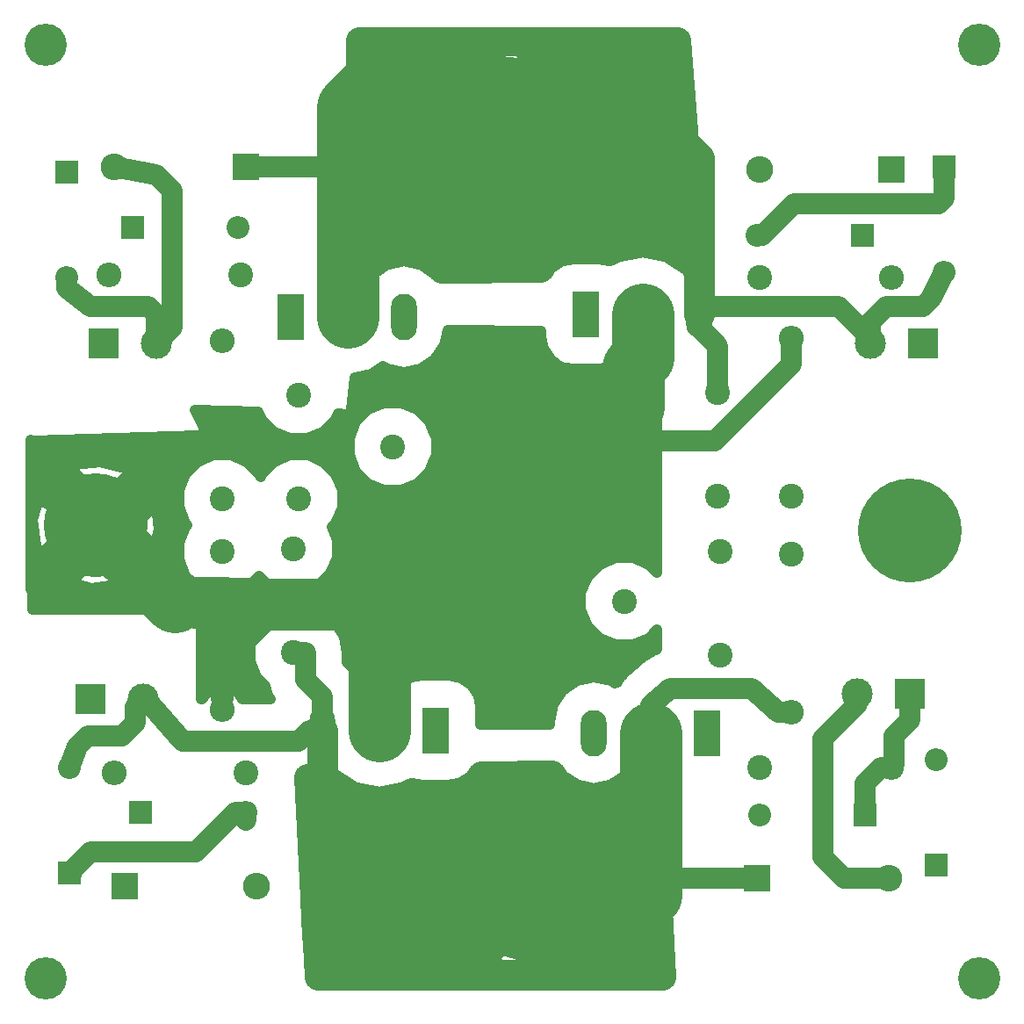
<source format=gbr>
G04 #@! TF.FileFunction,Copper,L2,Bot,Signal*
%FSLAX46Y46*%
G04 Gerber Fmt 4.6, Leading zero omitted, Abs format (unit mm)*
G04 Created by KiCad (PCBNEW 4.0.7) date 07/12/19 11:42:16*
%MOMM*%
%LPD*%
G01*
G04 APERTURE LIST*
%ADD10C,0.100000*%
%ADD11R,2.500000X4.500000*%
%ADD12O,2.500000X4.500000*%
%ADD13C,2.400000*%
%ADD14R,3.000000X3.000000*%
%ADD15C,3.000000*%
%ADD16C,5.100000*%
%ADD17C,10.000000*%
%ADD18O,2.400000X2.400000*%
%ADD19C,4.064000*%
%ADD20R,2.200000X2.200000*%
%ADD21O,2.200000X2.200000*%
%ADD22R,2.600000X2.600000*%
%ADD23O,2.600000X2.600000*%
%ADD24C,2.000000*%
%ADD25C,3.000000*%
%ADD26C,6.000000*%
%ADD27C,5.000000*%
%ADD28C,2.500000*%
%ADD29C,1.000000*%
G04 APERTURE END LIST*
D10*
D11*
X113792000Y-116332000D03*
D12*
X108342000Y-116332000D03*
X102892000Y-116332000D03*
D13*
X114808000Y-93472000D03*
X114808000Y-83472000D03*
X105988000Y-88718000D03*
X83488000Y-88718000D03*
X74422000Y-93726000D03*
X74422000Y-83726000D03*
X83312000Y-103632000D03*
X105812000Y-103632000D03*
X73914000Y-98552000D03*
X73914000Y-108552000D03*
X115062000Y-98806000D03*
X115062000Y-108806000D03*
D14*
X134620000Y-78740000D03*
D15*
X129540000Y-78740000D03*
D14*
X55626000Y-78740000D03*
D15*
X60706000Y-78740000D03*
D16*
X94742000Y-54102000D03*
D14*
X54356000Y-113030000D03*
D15*
X59436000Y-113030000D03*
D14*
X133350000Y-112522000D03*
D15*
X128270000Y-112522000D03*
D16*
X94742000Y-135191500D03*
D17*
X133350000Y-96774000D03*
X54864000Y-96266000D03*
D11*
X102108000Y-75946000D03*
D12*
X107558000Y-75946000D03*
X113008000Y-75946000D03*
D11*
X73660000Y-76200000D03*
D12*
X79110000Y-76200000D03*
X84560000Y-76200000D03*
D11*
X87630000Y-116078000D03*
D12*
X82180000Y-116078000D03*
X76730000Y-116078000D03*
D13*
X121920000Y-93472000D03*
D18*
X121920000Y-78232000D03*
D13*
X67056000Y-93726000D03*
D18*
X67056000Y-78486000D03*
D13*
X67056000Y-98806000D03*
D18*
X67056000Y-114046000D03*
D13*
X121920000Y-99060000D03*
D18*
X121920000Y-114300000D03*
D19*
X50000000Y-50000000D03*
X140000000Y-50000000D03*
X50000000Y-140000000D03*
X140000000Y-140000000D03*
D20*
X52070000Y-62230000D03*
D21*
X52070000Y-72390000D03*
D20*
X135890000Y-129032000D03*
D21*
X135890000Y-118872000D03*
D20*
X52324000Y-129794000D03*
D21*
X52324000Y-119634000D03*
D20*
X136652000Y-61722000D03*
D21*
X136652000Y-71882000D03*
D20*
X128778000Y-68326000D03*
D21*
X118618000Y-68326000D03*
D20*
X58420000Y-67564000D03*
D21*
X68580000Y-67564000D03*
D20*
X129032000Y-124206000D03*
D21*
X118872000Y-124206000D03*
D13*
X118872000Y-72390000D03*
D18*
X131572000Y-72390000D03*
D13*
X68834000Y-72136000D03*
D18*
X56134000Y-72136000D03*
D13*
X118872000Y-119634000D03*
D18*
X131572000Y-119634000D03*
D20*
X59182000Y-123952000D03*
D21*
X69342000Y-123952000D03*
D13*
X69342000Y-120142000D03*
D18*
X56642000Y-120142000D03*
D22*
X131572000Y-61976000D03*
D23*
X118872000Y-61976000D03*
D22*
X69342000Y-61722000D03*
D23*
X56642000Y-61722000D03*
D22*
X57658000Y-131064000D03*
D23*
X70358000Y-131064000D03*
D22*
X118618000Y-130302000D03*
D23*
X131318000Y-130302000D03*
D24*
X69342000Y-61722000D02*
X79110000Y-61722000D01*
X79248000Y-61214000D02*
X79110000Y-61214000D01*
X79248000Y-61584000D02*
X79248000Y-61214000D01*
X79110000Y-61722000D02*
X79248000Y-61584000D01*
X113008000Y-75946000D02*
X113008000Y-77194000D01*
X113008000Y-77194000D02*
X114808000Y-78994000D01*
X114808000Y-78994000D02*
X114808000Y-83472000D01*
X129540000Y-78740000D02*
X129540000Y-76708000D01*
X135382000Y-74422000D02*
X136652000Y-71882000D01*
X134620000Y-75184000D02*
X135382000Y-74422000D01*
X131064000Y-75184000D02*
X134620000Y-75184000D01*
X129540000Y-76708000D02*
X131064000Y-75184000D01*
X129540000Y-78740000D02*
X129540000Y-78232000D01*
X129540000Y-78232000D02*
X126492000Y-75184000D01*
X126492000Y-75184000D02*
X122428000Y-75184000D01*
X122428000Y-75184000D02*
X113770000Y-75184000D01*
X113770000Y-75184000D02*
X113008000Y-75946000D01*
D25*
X113008000Y-75946000D02*
X113008000Y-60938000D01*
X113008000Y-60938000D02*
X106680000Y-54610000D01*
X106680000Y-54610000D02*
X106680000Y-54102000D01*
X106680000Y-54102000D02*
X105664000Y-53086000D01*
X105664000Y-53086000D02*
X94742000Y-54102000D01*
D26*
X79110000Y-64770000D02*
X79110000Y-61214000D01*
X79110000Y-61214000D02*
X79110000Y-58050000D01*
X79110000Y-58050000D02*
X79110000Y-56642000D01*
X79110000Y-56642000D02*
X79110000Y-56018000D01*
X79110000Y-76200000D02*
X79110000Y-64770000D01*
X82042000Y-53086000D02*
X94742000Y-54102000D01*
X79110000Y-56018000D02*
X82042000Y-53086000D01*
D27*
X54864000Y-96266000D02*
X54864000Y-96520000D01*
X54864000Y-96520000D02*
X51181000Y-100203000D01*
X54864000Y-96266000D02*
X54864000Y-96075500D01*
X54864000Y-96075500D02*
X51117500Y-92329000D01*
X51117500Y-92329000D02*
X50800000Y-92329000D01*
X54864000Y-96266000D02*
X55816500Y-96266000D01*
X55816500Y-96266000D02*
X59817000Y-92265500D01*
D26*
X54864000Y-96266000D02*
X62484000Y-103632000D01*
X83058000Y-103632000D02*
X83312000Y-103378000D01*
D24*
X67056000Y-114046000D02*
X67056000Y-109728000D01*
X67056000Y-109728000D02*
X72898000Y-103886000D01*
D26*
X105988000Y-88718000D02*
X105988000Y-85528000D01*
X107558000Y-80148000D02*
X107558000Y-75946000D01*
X106680000Y-81026000D02*
X107558000Y-80148000D01*
X106680000Y-84836000D02*
X106680000Y-81026000D01*
X105988000Y-85528000D02*
X106680000Y-84836000D01*
X83312000Y-103378000D02*
X83312000Y-105664000D01*
X83312000Y-105664000D02*
X82180000Y-107050000D01*
X82180000Y-107050000D02*
X82180000Y-116078000D01*
D24*
X121920000Y-78232000D02*
X121920000Y-80772000D01*
X114554000Y-88138000D02*
X105988000Y-88138000D01*
X121920000Y-80772000D02*
X114554000Y-88138000D01*
X105988000Y-88138000D02*
X105988000Y-88718000D01*
D26*
X83196000Y-103494000D02*
X83312000Y-103378000D01*
X83174000Y-103516000D02*
X83312000Y-103378000D01*
X83312000Y-103378000D02*
X91186000Y-103632000D01*
X91186000Y-103632000D02*
X105988000Y-88830000D01*
X105988000Y-88830000D02*
X105988000Y-88718000D01*
D27*
X83312000Y-103378000D02*
X78994000Y-103632000D01*
X78994000Y-103632000D02*
X78740000Y-103886000D01*
X78740000Y-103886000D02*
X72898000Y-103886000D01*
X72898000Y-103886000D02*
X62484000Y-103632000D01*
D26*
X83058000Y-103378000D02*
X83312000Y-103378000D01*
D24*
X131318000Y-130302000D02*
X127000000Y-130302000D01*
X124968000Y-116840000D02*
X128270000Y-113538000D01*
X124968000Y-128270000D02*
X124968000Y-116840000D01*
X127000000Y-130302000D02*
X124968000Y-128270000D01*
X128270000Y-113538000D02*
X128270000Y-112522000D01*
X62230000Y-77216000D02*
X60706000Y-78740000D01*
X62230000Y-64008000D02*
X62230000Y-77216000D01*
X60706000Y-62484000D02*
X62230000Y-64008000D01*
X56642000Y-61722000D02*
X60706000Y-62484000D01*
X61722000Y-77724000D02*
X60706000Y-78740000D01*
X60706000Y-75946000D02*
X60706000Y-78740000D01*
X52070000Y-72390000D02*
X52070000Y-73406000D01*
X52070000Y-73406000D02*
X54356000Y-75184000D01*
X54356000Y-75184000D02*
X59944000Y-75184000D01*
X59944000Y-75184000D02*
X60706000Y-75946000D01*
X60706000Y-75946000D02*
X60706000Y-78740000D01*
X118618000Y-130302000D02*
X109982000Y-130302000D01*
X109982000Y-130302000D02*
X108342000Y-131942000D01*
X76730000Y-116078000D02*
X76730000Y-112798000D01*
X75098002Y-111166002D02*
X75098002Y-108552000D01*
X76730000Y-112798000D02*
X75098002Y-111166002D01*
X75098002Y-108552000D02*
X73914000Y-108552000D01*
X52324000Y-119634000D02*
X53086000Y-117602000D01*
X58674000Y-115316000D02*
X58674000Y-113792000D01*
X57404000Y-116586000D02*
X58674000Y-115316000D01*
X54102000Y-116586000D02*
X57404000Y-116586000D01*
X53086000Y-117602000D02*
X54102000Y-116586000D01*
X58674000Y-113792000D02*
X59436000Y-113030000D01*
X59436000Y-113030000D02*
X59690000Y-113030000D01*
X59690000Y-113030000D02*
X63246000Y-117094000D01*
X63246000Y-117094000D02*
X74422000Y-117094000D01*
X74422000Y-117094000D02*
X75438000Y-116078000D01*
X75438000Y-116078000D02*
X76730000Y-116078000D01*
D25*
X94488000Y-134937500D02*
X94742000Y-135191500D01*
X84582000Y-137160000D02*
X94488000Y-134937500D01*
X76730000Y-129308000D02*
X79248000Y-131826000D01*
X79248000Y-131826000D02*
X84582000Y-137160000D01*
X76730000Y-116078000D02*
X76730000Y-129308000D01*
D27*
X94996000Y-134937500D02*
X94742000Y-135191500D01*
D26*
X103124000Y-137160000D02*
X94996000Y-134937500D01*
X108342000Y-131942000D02*
X103124000Y-137160000D01*
X108342000Y-116332000D02*
X108342000Y-131942000D01*
D24*
X108342000Y-116332000D02*
X108342000Y-113654000D01*
X108342000Y-113654000D02*
X110236000Y-112014000D01*
X110236000Y-112014000D02*
X118110000Y-112014000D01*
X118110000Y-112014000D02*
X120650000Y-114300000D01*
X120650000Y-114300000D02*
X121920000Y-114300000D01*
X76708000Y-116056000D02*
X76730000Y-116078000D01*
X118618000Y-68326000D02*
X119126000Y-68326000D01*
X119126000Y-68326000D02*
X122174000Y-65278000D01*
X136652000Y-64770000D02*
X136652000Y-61722000D01*
X136144000Y-65278000D02*
X136652000Y-64770000D01*
X122174000Y-65278000D02*
X136144000Y-65278000D01*
X69342000Y-123952000D02*
X68326000Y-123952000D01*
X68326000Y-123952000D02*
X64516000Y-127762000D01*
X54356000Y-127762000D02*
X52324000Y-129794000D01*
X64516000Y-127762000D02*
X54356000Y-127762000D01*
X52324000Y-129794000D02*
X52578000Y-129794000D01*
X69342000Y-124714000D02*
X69342000Y-123952000D01*
X131572000Y-119634000D02*
X130556000Y-119634000D01*
X130556000Y-119634000D02*
X129032000Y-121158000D01*
X129032000Y-121158000D02*
X129032000Y-124206000D01*
X133350000Y-112522000D02*
X133350000Y-115062000D01*
X131826000Y-116586000D02*
X131826000Y-119380000D01*
X133350000Y-115062000D02*
X131826000Y-116586000D01*
X131826000Y-119380000D02*
X131572000Y-119634000D01*
X133096000Y-112522000D02*
X133350000Y-112522000D01*
D28*
G36*
X109573545Y-139939000D02*
X76236476Y-139939000D01*
X76143706Y-138157802D01*
X92129251Y-138157802D01*
X92366652Y-138886211D01*
X93961370Y-139513974D01*
X95674931Y-139483680D01*
X97117348Y-138886211D01*
X97354749Y-138157802D01*
X94742000Y-135545053D01*
X92129251Y-138157802D01*
X76143706Y-138157802D01*
X75948553Y-134410870D01*
X90419526Y-134410870D01*
X90449820Y-136124431D01*
X91047289Y-137566848D01*
X91775698Y-137804249D01*
X94388447Y-135191500D01*
X95095553Y-135191500D01*
X97708302Y-137804249D01*
X98436711Y-137566848D01*
X99064474Y-135972130D01*
X99034180Y-134258569D01*
X98436711Y-132816152D01*
X97708302Y-132578751D01*
X95095553Y-135191500D01*
X94388447Y-135191500D01*
X91775698Y-132578751D01*
X91047289Y-132816152D01*
X90419526Y-134410870D01*
X75948553Y-134410870D01*
X75834716Y-132225198D01*
X92129251Y-132225198D01*
X94742000Y-134837947D01*
X97354749Y-132225198D01*
X97117348Y-131496789D01*
X95522630Y-130869026D01*
X93809069Y-130899320D01*
X92366652Y-131496789D01*
X92129251Y-132225198D01*
X75834716Y-132225198D01*
X75229833Y-120611461D01*
X77228055Y-120583117D01*
X77407029Y-120850971D01*
X79596887Y-122314187D01*
X82180000Y-122828000D01*
X84763113Y-122314187D01*
X85326060Y-121938038D01*
X86380000Y-122151466D01*
X88880000Y-122151466D01*
X90269667Y-121889982D01*
X91545991Y-121068690D01*
X92021140Y-120373287D01*
X98882647Y-120275960D01*
X99356466Y-120985081D01*
X100978583Y-122068945D01*
X102892000Y-122449547D01*
X104805417Y-122068945D01*
X106427534Y-120985081D01*
X106978079Y-120161131D01*
X107330623Y-120156131D01*
X107421858Y-120206701D01*
X107626151Y-120253579D01*
X107758165Y-120150066D01*
X108542292Y-120138944D01*
X109573545Y-139939000D01*
X109573545Y-139939000D01*
G37*
X109573545Y-139939000D02*
X76236476Y-139939000D01*
X76143706Y-138157802D01*
X92129251Y-138157802D01*
X92366652Y-138886211D01*
X93961370Y-139513974D01*
X95674931Y-139483680D01*
X97117348Y-138886211D01*
X97354749Y-138157802D01*
X94742000Y-135545053D01*
X92129251Y-138157802D01*
X76143706Y-138157802D01*
X75948553Y-134410870D01*
X90419526Y-134410870D01*
X90449820Y-136124431D01*
X91047289Y-137566848D01*
X91775698Y-137804249D01*
X94388447Y-135191500D01*
X95095553Y-135191500D01*
X97708302Y-137804249D01*
X98436711Y-137566848D01*
X99064474Y-135972130D01*
X99034180Y-134258569D01*
X98436711Y-132816152D01*
X97708302Y-132578751D01*
X95095553Y-135191500D01*
X94388447Y-135191500D01*
X91775698Y-132578751D01*
X91047289Y-132816152D01*
X90419526Y-134410870D01*
X75948553Y-134410870D01*
X75834716Y-132225198D01*
X92129251Y-132225198D01*
X94742000Y-134837947D01*
X97354749Y-132225198D01*
X97117348Y-131496789D01*
X95522630Y-130869026D01*
X93809069Y-130899320D01*
X92366652Y-131496789D01*
X92129251Y-132225198D01*
X75834716Y-132225198D01*
X75229833Y-120611461D01*
X77228055Y-120583117D01*
X77407029Y-120850971D01*
X79596887Y-122314187D01*
X82180000Y-122828000D01*
X84763113Y-122314187D01*
X85326060Y-121938038D01*
X86380000Y-122151466D01*
X88880000Y-122151466D01*
X90269667Y-121889982D01*
X91545991Y-121068690D01*
X92021140Y-120373287D01*
X98882647Y-120275960D01*
X99356466Y-120985081D01*
X100978583Y-122068945D01*
X102892000Y-122449547D01*
X104805417Y-122068945D01*
X106427534Y-120985081D01*
X106978079Y-120161131D01*
X107330623Y-120156131D01*
X107421858Y-120206701D01*
X107626151Y-120253579D01*
X107758165Y-120150066D01*
X108542292Y-120138944D01*
X109573545Y-139939000D01*
G36*
X112697625Y-71413135D02*
X112493355Y-71416053D01*
X112330971Y-71173029D01*
X110141113Y-69709813D01*
X107558000Y-69196000D01*
X104974887Y-69709813D01*
X104411940Y-70085962D01*
X103358000Y-69872534D01*
X100858000Y-69872534D01*
X99468333Y-70134018D01*
X98192009Y-70955310D01*
X97733121Y-71626914D01*
X88239605Y-71762536D01*
X88095534Y-71546919D01*
X86473417Y-70463055D01*
X84560000Y-70082453D01*
X82646583Y-70463055D01*
X81024466Y-71546919D01*
X80809472Y-71868681D01*
X79736000Y-71884016D01*
X79736000Y-57068302D01*
X92129251Y-57068302D01*
X92366652Y-57796711D01*
X93961370Y-58424474D01*
X95674931Y-58394180D01*
X97117348Y-57796711D01*
X97354749Y-57068302D01*
X94742000Y-54455553D01*
X92129251Y-57068302D01*
X79736000Y-57068302D01*
X79736000Y-55525882D01*
X80206678Y-53643170D01*
X80244000Y-53340000D01*
X80244000Y-53321370D01*
X90419526Y-53321370D01*
X90449820Y-55034931D01*
X91047289Y-56477348D01*
X91775698Y-56714749D01*
X94388447Y-54102000D01*
X95095553Y-54102000D01*
X97708302Y-56714749D01*
X98436711Y-56477348D01*
X99064474Y-54882630D01*
X99034180Y-53169069D01*
X98436711Y-51726652D01*
X97708302Y-51489251D01*
X95095553Y-54102000D01*
X94388447Y-54102000D01*
X91775698Y-51489251D01*
X91047289Y-51726652D01*
X90419526Y-53321370D01*
X80244000Y-53321370D01*
X80244000Y-51135698D01*
X92129251Y-51135698D01*
X94742000Y-53748447D01*
X97354749Y-51135698D01*
X97117348Y-50407289D01*
X95522630Y-49779526D01*
X93809069Y-49809820D01*
X92366652Y-50407289D01*
X92129251Y-51135698D01*
X80244000Y-51135698D01*
X80244000Y-49545000D01*
X111015461Y-49545000D01*
X112697625Y-71413135D01*
X112697625Y-71413135D01*
G37*
X112697625Y-71413135D02*
X112493355Y-71416053D01*
X112330971Y-71173029D01*
X110141113Y-69709813D01*
X107558000Y-69196000D01*
X104974887Y-69709813D01*
X104411940Y-70085962D01*
X103358000Y-69872534D01*
X100858000Y-69872534D01*
X99468333Y-70134018D01*
X98192009Y-70955310D01*
X97733121Y-71626914D01*
X88239605Y-71762536D01*
X88095534Y-71546919D01*
X86473417Y-70463055D01*
X84560000Y-70082453D01*
X82646583Y-70463055D01*
X81024466Y-71546919D01*
X80809472Y-71868681D01*
X79736000Y-71884016D01*
X79736000Y-57068302D01*
X92129251Y-57068302D01*
X92366652Y-57796711D01*
X93961370Y-58424474D01*
X95674931Y-58394180D01*
X97117348Y-57796711D01*
X97354749Y-57068302D01*
X94742000Y-54455553D01*
X92129251Y-57068302D01*
X79736000Y-57068302D01*
X79736000Y-55525882D01*
X80206678Y-53643170D01*
X80244000Y-53340000D01*
X80244000Y-53321370D01*
X90419526Y-53321370D01*
X90449820Y-55034931D01*
X91047289Y-56477348D01*
X91775698Y-56714749D01*
X94388447Y-54102000D01*
X95095553Y-54102000D01*
X97708302Y-56714749D01*
X98436711Y-56477348D01*
X99064474Y-54882630D01*
X99034180Y-53169069D01*
X98436711Y-51726652D01*
X97708302Y-51489251D01*
X95095553Y-54102000D01*
X94388447Y-54102000D01*
X91775698Y-51489251D01*
X91047289Y-51726652D01*
X90419526Y-53321370D01*
X80244000Y-53321370D01*
X80244000Y-51135698D01*
X92129251Y-51135698D01*
X94742000Y-53748447D01*
X97354749Y-51135698D01*
X97117348Y-50407289D01*
X95522630Y-49779526D01*
X93809069Y-49809820D01*
X92366652Y-50407289D01*
X92129251Y-51135698D01*
X80244000Y-51135698D01*
X80244000Y-49545000D01*
X111015461Y-49545000D01*
X112697625Y-71413135D01*
D29*
G36*
X97799227Y-77616234D02*
X97799227Y-78196000D01*
X98008414Y-79307734D01*
X98665448Y-80328793D01*
X99667966Y-81013785D01*
X100858000Y-81254773D01*
X103358000Y-81254773D01*
X104469734Y-81045586D01*
X105490793Y-80388552D01*
X106175785Y-79386034D01*
X106292593Y-78809220D01*
X106601267Y-78991294D01*
X106933000Y-78852151D01*
X106933000Y-77694301D01*
X108183000Y-77704984D01*
X108183000Y-78852151D01*
X108514733Y-78991294D01*
X108885219Y-78772760D01*
X108974000Y-78676717D01*
X108974000Y-100854636D01*
X108194215Y-100073489D01*
X106651097Y-99432731D01*
X104980234Y-99431272D01*
X103435999Y-100069337D01*
X102253489Y-101249785D01*
X101612731Y-102792903D01*
X101611272Y-104463766D01*
X102249337Y-106008001D01*
X103429785Y-107190511D01*
X104972903Y-107831269D01*
X106643766Y-107832728D01*
X108188001Y-107194663D01*
X108974000Y-106410035D01*
X108974000Y-108218329D01*
X108847811Y-108290128D01*
X108705266Y-108318482D01*
X108173493Y-108673802D01*
X107617615Y-108990085D01*
X105723615Y-110630085D01*
X105634415Y-110744829D01*
X105513573Y-110825573D01*
X105158252Y-111357348D01*
X105118650Y-111408291D01*
X104897573Y-111556010D01*
X104518405Y-111302658D01*
X102892000Y-110979146D01*
X101265595Y-111302658D01*
X99886796Y-112223942D01*
X98965512Y-113602741D01*
X98642000Y-115229146D01*
X98642000Y-115516794D01*
X91938773Y-115478923D01*
X91938773Y-113828000D01*
X91729586Y-112716266D01*
X91072552Y-111695207D01*
X90070034Y-111010215D01*
X88880000Y-110769227D01*
X86380000Y-110769227D01*
X85268266Y-110978414D01*
X84247207Y-111635448D01*
X83562215Y-112637966D01*
X83445407Y-113214780D01*
X83136733Y-113032706D01*
X82805000Y-113171849D01*
X82805000Y-115078000D01*
X83200000Y-115078000D01*
X83200000Y-115429551D01*
X81160000Y-115418026D01*
X81160000Y-115078000D01*
X81555000Y-115078000D01*
X81555000Y-113171849D01*
X81223267Y-113032706D01*
X80852781Y-113251240D01*
X80730000Y-113384064D01*
X80730000Y-112798000D01*
X80425518Y-111267266D01*
X79558427Y-109969573D01*
X79098002Y-109509148D01*
X79098002Y-108552000D01*
X78793520Y-107021266D01*
X77926429Y-105723573D01*
X77449333Y-105404787D01*
X82387741Y-105404787D01*
X82522017Y-105740100D01*
X83388886Y-105881944D01*
X84101983Y-105740100D01*
X84236259Y-105404787D01*
X83312000Y-104480528D01*
X82387741Y-105404787D01*
X77449333Y-105404787D01*
X76628736Y-104856482D01*
X75357114Y-104603541D01*
X74753097Y-104352731D01*
X73082234Y-104351272D01*
X71537999Y-104989337D01*
X70355489Y-106169785D01*
X69714731Y-107712903D01*
X69713272Y-109383766D01*
X70351337Y-110928001D01*
X71224684Y-111802873D01*
X71402484Y-112696736D01*
X71667927Y-113094000D01*
X69264000Y-113094000D01*
X69264000Y-113045998D01*
X69006418Y-113045998D01*
X68554316Y-112424134D01*
X67981023Y-112041107D01*
X67656000Y-112184298D01*
X67656000Y-113094000D01*
X66456000Y-113094000D01*
X66456000Y-112184298D01*
X66130977Y-112041107D01*
X65557684Y-112424134D01*
X65105582Y-113045998D01*
X65019071Y-113045998D01*
X65016000Y-113042488D01*
X65016000Y-104902000D01*
X64976607Y-104707472D01*
X64864635Y-104543596D01*
X64697729Y-104436195D01*
X64516000Y-104402000D01*
X48760000Y-104402000D01*
X48760000Y-103708886D01*
X81062056Y-103708886D01*
X81203900Y-104421983D01*
X81539213Y-104556259D01*
X82463472Y-103632000D01*
X84160528Y-103632000D01*
X85084787Y-104556259D01*
X85420100Y-104421983D01*
X85561944Y-103555114D01*
X85420100Y-102842017D01*
X85084787Y-102707741D01*
X84160528Y-103632000D01*
X82463472Y-103632000D01*
X81539213Y-102707741D01*
X81203900Y-102842017D01*
X81062056Y-103708886D01*
X48760000Y-103708886D01*
X48760000Y-102870000D01*
X48720607Y-102675472D01*
X48608635Y-102511596D01*
X48541000Y-102468074D01*
X48541000Y-101065808D01*
X51478406Y-101065808D01*
X52120719Y-101743104D01*
X54425536Y-102375992D01*
X56797105Y-102078690D01*
X57607281Y-101743104D01*
X58249594Y-101065808D01*
X54864000Y-97680214D01*
X51478406Y-101065808D01*
X48541000Y-101065808D01*
X48541000Y-95827536D01*
X48754008Y-95827536D01*
X49051310Y-98199105D01*
X49386896Y-99009281D01*
X50064192Y-99651594D01*
X53449786Y-96266000D01*
X56278214Y-96266000D01*
X59663808Y-99651594D01*
X60341104Y-99009281D01*
X60973992Y-96704464D01*
X60704881Y-94557766D01*
X62855272Y-94557766D01*
X63493337Y-96102001D01*
X63656301Y-96265250D01*
X63497489Y-96423785D01*
X62856731Y-97966903D01*
X62855272Y-99637766D01*
X63493337Y-101182001D01*
X64673785Y-102364511D01*
X66216903Y-103005269D01*
X67887766Y-103006728D01*
X69432001Y-102368663D01*
X70612801Y-101189922D01*
X71531785Y-102110511D01*
X73074903Y-102751269D01*
X74745766Y-102752728D01*
X76290001Y-102114663D01*
X76545897Y-101859213D01*
X82387741Y-101859213D01*
X83312000Y-102783472D01*
X84236259Y-101859213D01*
X84101983Y-101523900D01*
X83235114Y-101382056D01*
X82522017Y-101523900D01*
X82387741Y-101859213D01*
X76545897Y-101859213D01*
X77472511Y-100934215D01*
X78113269Y-99391097D01*
X78114728Y-97720234D01*
X77603968Y-96484101D01*
X77980511Y-96108215D01*
X78621269Y-94565097D01*
X78622728Y-92894234D01*
X77984663Y-91349999D01*
X76804215Y-90167489D01*
X75316572Y-89549766D01*
X79287272Y-89549766D01*
X79925337Y-91094001D01*
X81105785Y-92276511D01*
X82648903Y-92917269D01*
X84319766Y-92918728D01*
X85864001Y-92280663D01*
X87046511Y-91100215D01*
X87299567Y-90490787D01*
X105063741Y-90490787D01*
X105198017Y-90826100D01*
X106064886Y-90967944D01*
X106777983Y-90826100D01*
X106912259Y-90490787D01*
X105988000Y-89566528D01*
X105063741Y-90490787D01*
X87299567Y-90490787D01*
X87687269Y-89557097D01*
X87687934Y-88794886D01*
X103738056Y-88794886D01*
X103879900Y-89507983D01*
X104215213Y-89642259D01*
X105139472Y-88718000D01*
X106836528Y-88718000D01*
X107760787Y-89642259D01*
X108096100Y-89507983D01*
X108237944Y-88641114D01*
X108096100Y-87928017D01*
X107760787Y-87793741D01*
X106836528Y-88718000D01*
X105139472Y-88718000D01*
X104215213Y-87793741D01*
X103879900Y-87928017D01*
X103738056Y-88794886D01*
X87687934Y-88794886D01*
X87688728Y-87886234D01*
X87299906Y-86945213D01*
X105063741Y-86945213D01*
X105988000Y-87869472D01*
X106912259Y-86945213D01*
X106777983Y-86609900D01*
X105911114Y-86468056D01*
X105198017Y-86609900D01*
X105063741Y-86945213D01*
X87299906Y-86945213D01*
X87050663Y-86341999D01*
X85870215Y-85159489D01*
X84327097Y-84518731D01*
X82656234Y-84517272D01*
X81111999Y-85155337D01*
X79929489Y-86335785D01*
X79288731Y-87878903D01*
X79287272Y-89549766D01*
X75316572Y-89549766D01*
X75261097Y-89526731D01*
X73590234Y-89525272D01*
X72045999Y-90163337D01*
X70863489Y-91343785D01*
X70739487Y-91642415D01*
X70618663Y-91349999D01*
X69438215Y-90167489D01*
X67895097Y-89526731D01*
X66224234Y-89525272D01*
X64679999Y-90163337D01*
X63497489Y-91343785D01*
X62856731Y-92886903D01*
X62855272Y-94557766D01*
X60704881Y-94557766D01*
X60676690Y-94332895D01*
X60341104Y-93522719D01*
X59663808Y-92880406D01*
X56278214Y-96266000D01*
X53449786Y-96266000D01*
X50064192Y-92880406D01*
X49386896Y-93522719D01*
X48754008Y-95827536D01*
X48541000Y-95827536D01*
X48541000Y-91466192D01*
X51478406Y-91466192D01*
X54864000Y-94851786D01*
X58249594Y-91466192D01*
X57607281Y-90788896D01*
X55302464Y-90156008D01*
X52930895Y-90453310D01*
X52120719Y-90788896D01*
X51478406Y-91466192D01*
X48541000Y-91466192D01*
X48541000Y-88063014D01*
X48580209Y-88081639D01*
X48810629Y-88129747D01*
X64785892Y-87621747D01*
X64979069Y-87576192D01*
X65139304Y-87459068D01*
X65241346Y-87288832D01*
X65269118Y-87092308D01*
X65224704Y-86914047D01*
X64430103Y-85176596D01*
X70548766Y-85350362D01*
X70859337Y-86102001D01*
X72039785Y-87284511D01*
X73582903Y-87925269D01*
X75253766Y-87926728D01*
X76798001Y-87288663D01*
X77980511Y-86108215D01*
X78204914Y-85567792D01*
X78979806Y-85589798D01*
X79175374Y-85555944D01*
X79342362Y-85448669D01*
X79454459Y-85284879D01*
X79491817Y-85136670D01*
X79779617Y-82066805D01*
X81406101Y-81743277D01*
X82554427Y-80975990D01*
X82933595Y-81229342D01*
X84560000Y-81552854D01*
X86186405Y-81229342D01*
X87565204Y-80308058D01*
X88486488Y-78929259D01*
X88763027Y-77539002D01*
X97799227Y-77616234D01*
X97799227Y-77616234D01*
G37*
X97799227Y-77616234D02*
X97799227Y-78196000D01*
X98008414Y-79307734D01*
X98665448Y-80328793D01*
X99667966Y-81013785D01*
X100858000Y-81254773D01*
X103358000Y-81254773D01*
X104469734Y-81045586D01*
X105490793Y-80388552D01*
X106175785Y-79386034D01*
X106292593Y-78809220D01*
X106601267Y-78991294D01*
X106933000Y-78852151D01*
X106933000Y-77694301D01*
X108183000Y-77704984D01*
X108183000Y-78852151D01*
X108514733Y-78991294D01*
X108885219Y-78772760D01*
X108974000Y-78676717D01*
X108974000Y-100854636D01*
X108194215Y-100073489D01*
X106651097Y-99432731D01*
X104980234Y-99431272D01*
X103435999Y-100069337D01*
X102253489Y-101249785D01*
X101612731Y-102792903D01*
X101611272Y-104463766D01*
X102249337Y-106008001D01*
X103429785Y-107190511D01*
X104972903Y-107831269D01*
X106643766Y-107832728D01*
X108188001Y-107194663D01*
X108974000Y-106410035D01*
X108974000Y-108218329D01*
X108847811Y-108290128D01*
X108705266Y-108318482D01*
X108173493Y-108673802D01*
X107617615Y-108990085D01*
X105723615Y-110630085D01*
X105634415Y-110744829D01*
X105513573Y-110825573D01*
X105158252Y-111357348D01*
X105118650Y-111408291D01*
X104897573Y-111556010D01*
X104518405Y-111302658D01*
X102892000Y-110979146D01*
X101265595Y-111302658D01*
X99886796Y-112223942D01*
X98965512Y-113602741D01*
X98642000Y-115229146D01*
X98642000Y-115516794D01*
X91938773Y-115478923D01*
X91938773Y-113828000D01*
X91729586Y-112716266D01*
X91072552Y-111695207D01*
X90070034Y-111010215D01*
X88880000Y-110769227D01*
X86380000Y-110769227D01*
X85268266Y-110978414D01*
X84247207Y-111635448D01*
X83562215Y-112637966D01*
X83445407Y-113214780D01*
X83136733Y-113032706D01*
X82805000Y-113171849D01*
X82805000Y-115078000D01*
X83200000Y-115078000D01*
X83200000Y-115429551D01*
X81160000Y-115418026D01*
X81160000Y-115078000D01*
X81555000Y-115078000D01*
X81555000Y-113171849D01*
X81223267Y-113032706D01*
X80852781Y-113251240D01*
X80730000Y-113384064D01*
X80730000Y-112798000D01*
X80425518Y-111267266D01*
X79558427Y-109969573D01*
X79098002Y-109509148D01*
X79098002Y-108552000D01*
X78793520Y-107021266D01*
X77926429Y-105723573D01*
X77449333Y-105404787D01*
X82387741Y-105404787D01*
X82522017Y-105740100D01*
X83388886Y-105881944D01*
X84101983Y-105740100D01*
X84236259Y-105404787D01*
X83312000Y-104480528D01*
X82387741Y-105404787D01*
X77449333Y-105404787D01*
X76628736Y-104856482D01*
X75357114Y-104603541D01*
X74753097Y-104352731D01*
X73082234Y-104351272D01*
X71537999Y-104989337D01*
X70355489Y-106169785D01*
X69714731Y-107712903D01*
X69713272Y-109383766D01*
X70351337Y-110928001D01*
X71224684Y-111802873D01*
X71402484Y-112696736D01*
X71667927Y-113094000D01*
X69264000Y-113094000D01*
X69264000Y-113045998D01*
X69006418Y-113045998D01*
X68554316Y-112424134D01*
X67981023Y-112041107D01*
X67656000Y-112184298D01*
X67656000Y-113094000D01*
X66456000Y-113094000D01*
X66456000Y-112184298D01*
X66130977Y-112041107D01*
X65557684Y-112424134D01*
X65105582Y-113045998D01*
X65019071Y-113045998D01*
X65016000Y-113042488D01*
X65016000Y-104902000D01*
X64976607Y-104707472D01*
X64864635Y-104543596D01*
X64697729Y-104436195D01*
X64516000Y-104402000D01*
X48760000Y-104402000D01*
X48760000Y-103708886D01*
X81062056Y-103708886D01*
X81203900Y-104421983D01*
X81539213Y-104556259D01*
X82463472Y-103632000D01*
X84160528Y-103632000D01*
X85084787Y-104556259D01*
X85420100Y-104421983D01*
X85561944Y-103555114D01*
X85420100Y-102842017D01*
X85084787Y-102707741D01*
X84160528Y-103632000D01*
X82463472Y-103632000D01*
X81539213Y-102707741D01*
X81203900Y-102842017D01*
X81062056Y-103708886D01*
X48760000Y-103708886D01*
X48760000Y-102870000D01*
X48720607Y-102675472D01*
X48608635Y-102511596D01*
X48541000Y-102468074D01*
X48541000Y-101065808D01*
X51478406Y-101065808D01*
X52120719Y-101743104D01*
X54425536Y-102375992D01*
X56797105Y-102078690D01*
X57607281Y-101743104D01*
X58249594Y-101065808D01*
X54864000Y-97680214D01*
X51478406Y-101065808D01*
X48541000Y-101065808D01*
X48541000Y-95827536D01*
X48754008Y-95827536D01*
X49051310Y-98199105D01*
X49386896Y-99009281D01*
X50064192Y-99651594D01*
X53449786Y-96266000D01*
X56278214Y-96266000D01*
X59663808Y-99651594D01*
X60341104Y-99009281D01*
X60973992Y-96704464D01*
X60704881Y-94557766D01*
X62855272Y-94557766D01*
X63493337Y-96102001D01*
X63656301Y-96265250D01*
X63497489Y-96423785D01*
X62856731Y-97966903D01*
X62855272Y-99637766D01*
X63493337Y-101182001D01*
X64673785Y-102364511D01*
X66216903Y-103005269D01*
X67887766Y-103006728D01*
X69432001Y-102368663D01*
X70612801Y-101189922D01*
X71531785Y-102110511D01*
X73074903Y-102751269D01*
X74745766Y-102752728D01*
X76290001Y-102114663D01*
X76545897Y-101859213D01*
X82387741Y-101859213D01*
X83312000Y-102783472D01*
X84236259Y-101859213D01*
X84101983Y-101523900D01*
X83235114Y-101382056D01*
X82522017Y-101523900D01*
X82387741Y-101859213D01*
X76545897Y-101859213D01*
X77472511Y-100934215D01*
X78113269Y-99391097D01*
X78114728Y-97720234D01*
X77603968Y-96484101D01*
X77980511Y-96108215D01*
X78621269Y-94565097D01*
X78622728Y-92894234D01*
X77984663Y-91349999D01*
X76804215Y-90167489D01*
X75316572Y-89549766D01*
X79287272Y-89549766D01*
X79925337Y-91094001D01*
X81105785Y-92276511D01*
X82648903Y-92917269D01*
X84319766Y-92918728D01*
X85864001Y-92280663D01*
X87046511Y-91100215D01*
X87299567Y-90490787D01*
X105063741Y-90490787D01*
X105198017Y-90826100D01*
X106064886Y-90967944D01*
X106777983Y-90826100D01*
X106912259Y-90490787D01*
X105988000Y-89566528D01*
X105063741Y-90490787D01*
X87299567Y-90490787D01*
X87687269Y-89557097D01*
X87687934Y-88794886D01*
X103738056Y-88794886D01*
X103879900Y-89507983D01*
X104215213Y-89642259D01*
X105139472Y-88718000D01*
X106836528Y-88718000D01*
X107760787Y-89642259D01*
X108096100Y-89507983D01*
X108237944Y-88641114D01*
X108096100Y-87928017D01*
X107760787Y-87793741D01*
X106836528Y-88718000D01*
X105139472Y-88718000D01*
X104215213Y-87793741D01*
X103879900Y-87928017D01*
X103738056Y-88794886D01*
X87687934Y-88794886D01*
X87688728Y-87886234D01*
X87299906Y-86945213D01*
X105063741Y-86945213D01*
X105988000Y-87869472D01*
X106912259Y-86945213D01*
X106777983Y-86609900D01*
X105911114Y-86468056D01*
X105198017Y-86609900D01*
X105063741Y-86945213D01*
X87299906Y-86945213D01*
X87050663Y-86341999D01*
X85870215Y-85159489D01*
X84327097Y-84518731D01*
X82656234Y-84517272D01*
X81111999Y-85155337D01*
X79929489Y-86335785D01*
X79288731Y-87878903D01*
X79287272Y-89549766D01*
X75316572Y-89549766D01*
X75261097Y-89526731D01*
X73590234Y-89525272D01*
X72045999Y-90163337D01*
X70863489Y-91343785D01*
X70739487Y-91642415D01*
X70618663Y-91349999D01*
X69438215Y-90167489D01*
X67895097Y-89526731D01*
X66224234Y-89525272D01*
X64679999Y-90163337D01*
X63497489Y-91343785D01*
X62856731Y-92886903D01*
X62855272Y-94557766D01*
X60704881Y-94557766D01*
X60676690Y-94332895D01*
X60341104Y-93522719D01*
X59663808Y-92880406D01*
X56278214Y-96266000D01*
X53449786Y-96266000D01*
X50064192Y-92880406D01*
X49386896Y-93522719D01*
X48754008Y-95827536D01*
X48541000Y-95827536D01*
X48541000Y-91466192D01*
X51478406Y-91466192D01*
X54864000Y-94851786D01*
X58249594Y-91466192D01*
X57607281Y-90788896D01*
X55302464Y-90156008D01*
X52930895Y-90453310D01*
X52120719Y-90788896D01*
X51478406Y-91466192D01*
X48541000Y-91466192D01*
X48541000Y-88063014D01*
X48580209Y-88081639D01*
X48810629Y-88129747D01*
X64785892Y-87621747D01*
X64979069Y-87576192D01*
X65139304Y-87459068D01*
X65241346Y-87288832D01*
X65269118Y-87092308D01*
X65224704Y-86914047D01*
X64430103Y-85176596D01*
X70548766Y-85350362D01*
X70859337Y-86102001D01*
X72039785Y-87284511D01*
X73582903Y-87925269D01*
X75253766Y-87926728D01*
X76798001Y-87288663D01*
X77980511Y-86108215D01*
X78204914Y-85567792D01*
X78979806Y-85589798D01*
X79175374Y-85555944D01*
X79342362Y-85448669D01*
X79454459Y-85284879D01*
X79491817Y-85136670D01*
X79779617Y-82066805D01*
X81406101Y-81743277D01*
X82554427Y-80975990D01*
X82933595Y-81229342D01*
X84560000Y-81552854D01*
X86186405Y-81229342D01*
X87565204Y-80308058D01*
X88486488Y-78929259D01*
X88763027Y-77539002D01*
X97799227Y-77616234D01*
M02*

</source>
